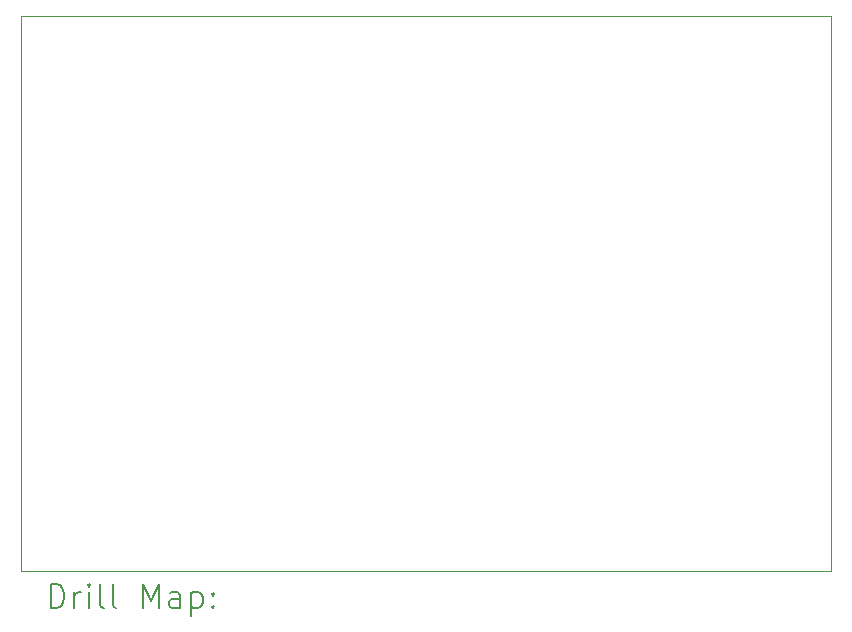
<source format=gbr>
%FSLAX45Y45*%
G04 Gerber Fmt 4.5, Leading zero omitted, Abs format (unit mm)*
G04 Created by KiCad (PCBNEW 6.0.0-rc2-unknown-160328abc7~144~ubuntu21.10.1) date 2021-12-28 15:03:49*
%MOMM*%
%LPD*%
G01*
G04 APERTURE LIST*
%TA.AperFunction,Profile*%
%ADD10C,0.100000*%
%TD*%
%ADD11C,0.200000*%
G04 APERTURE END LIST*
D10*
X4064000Y-10922000D02*
X4064000Y-6223000D01*
X10922000Y-6223000D02*
X10922000Y-10922000D01*
X4064000Y-6223000D02*
X10922000Y-6223000D01*
X10922000Y-10922000D02*
X4064000Y-10922000D01*
D11*
X4316619Y-11237476D02*
X4316619Y-11037476D01*
X4364238Y-11037476D01*
X4392810Y-11047000D01*
X4411857Y-11066048D01*
X4421381Y-11085095D01*
X4430905Y-11123190D01*
X4430905Y-11151762D01*
X4421381Y-11189857D01*
X4411857Y-11208905D01*
X4392810Y-11227952D01*
X4364238Y-11237476D01*
X4316619Y-11237476D01*
X4516619Y-11237476D02*
X4516619Y-11104143D01*
X4516619Y-11142238D02*
X4526143Y-11123190D01*
X4535667Y-11113667D01*
X4554714Y-11104143D01*
X4573762Y-11104143D01*
X4640429Y-11237476D02*
X4640429Y-11104143D01*
X4640429Y-11037476D02*
X4630905Y-11047000D01*
X4640429Y-11056524D01*
X4649952Y-11047000D01*
X4640429Y-11037476D01*
X4640429Y-11056524D01*
X4764238Y-11237476D02*
X4745190Y-11227952D01*
X4735667Y-11208905D01*
X4735667Y-11037476D01*
X4869000Y-11237476D02*
X4849952Y-11227952D01*
X4840429Y-11208905D01*
X4840429Y-11037476D01*
X5097571Y-11237476D02*
X5097571Y-11037476D01*
X5164238Y-11180333D01*
X5230905Y-11037476D01*
X5230905Y-11237476D01*
X5411857Y-11237476D02*
X5411857Y-11132714D01*
X5402333Y-11113667D01*
X5383286Y-11104143D01*
X5345190Y-11104143D01*
X5326143Y-11113667D01*
X5411857Y-11227952D02*
X5392810Y-11237476D01*
X5345190Y-11237476D01*
X5326143Y-11227952D01*
X5316619Y-11208905D01*
X5316619Y-11189857D01*
X5326143Y-11170810D01*
X5345190Y-11161286D01*
X5392810Y-11161286D01*
X5411857Y-11151762D01*
X5507095Y-11104143D02*
X5507095Y-11304143D01*
X5507095Y-11113667D02*
X5526143Y-11104143D01*
X5564238Y-11104143D01*
X5583286Y-11113667D01*
X5592809Y-11123190D01*
X5602333Y-11142238D01*
X5602333Y-11199381D01*
X5592809Y-11218428D01*
X5583286Y-11227952D01*
X5564238Y-11237476D01*
X5526143Y-11237476D01*
X5507095Y-11227952D01*
X5688048Y-11218428D02*
X5697571Y-11227952D01*
X5688048Y-11237476D01*
X5678524Y-11227952D01*
X5688048Y-11218428D01*
X5688048Y-11237476D01*
X5688048Y-11113667D02*
X5697571Y-11123190D01*
X5688048Y-11132714D01*
X5678524Y-11123190D01*
X5688048Y-11113667D01*
X5688048Y-11132714D01*
M02*

</source>
